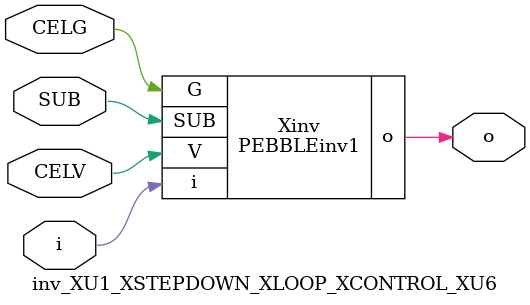
<source format=v>



module PEBBLEinv1 ( o, G, SUB, V, i );

  input V;
  input i;
  input G;
  output o;
  input SUB;
endmodule

//Celera Confidential Do Not Copy inv_XU1_XSTEPDOWN_XLOOP_XCONTROL_XU6
//Celera Confidential Symbol Generator
//5V Inverter
module inv_XU1_XSTEPDOWN_XLOOP_XCONTROL_XU6 (CELV,CELG,i,o,SUB);
input CELV;
input CELG;
input i;
input SUB;
output o;

//Celera Confidential Do Not Copy inv
PEBBLEinv1 Xinv(
.V (CELV),
.i (i),
.o (o),
.SUB (SUB),
.G (CELG)
);
//,diesize,PEBBLEinv1

//Celera Confidential Do Not Copy Module End
//Celera Schematic Generator
endmodule

</source>
